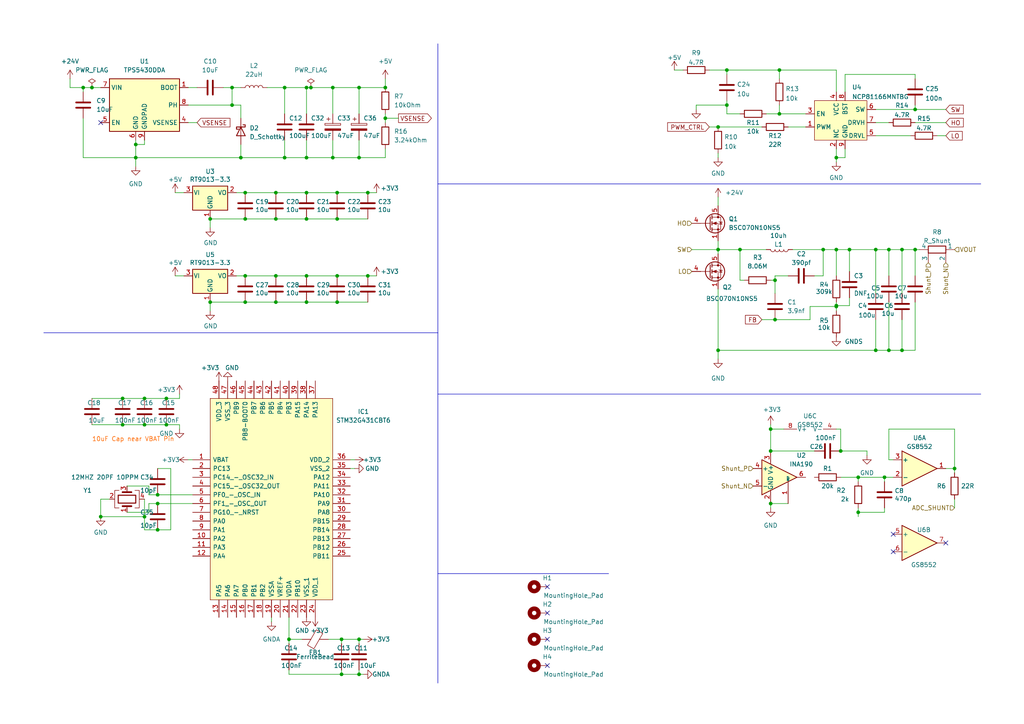
<source format=kicad_sch>
(kicad_sch (version 20230121) (generator eeschema)
  (paper "A4")
  (junction (at 104.14 25.4))
  (junction (at 223.52 130.81))
  (junction (at 39.37 45.72))
  (junction (at 111.76 34.29))
  (junction (at 104.14 45.72))
  (junction (at 276.86 135.89))
  (junction (at 41.91 149.86))
  (junction (at 224.79 81.28))
  (junction (at 214.63 72.39))
  (junction (at 238.76 72.39))
  (junction (at 80.01 87.63))
  (junction (at 24.13 25.4))
  (junction (at 88.9 80.01))
  (junction (at 246.38 72.39))
  (junction (at 88.9 55.88))
  (junction (at 26.67 25.4))
  (junction (at 248.92 138.43))
  (junction (at 71.12 63.5))
  (junction (at 265.43 31.75))
  (junction (at 242.57 88.9))
  (junction (at 48.26 123.19))
  (junction (at 83.82 185.42))
  (junction (at 254 101.6))
  (junction (at 82.55 25.4))
  (junction (at 208.28 72.39))
  (junction (at 104.14 185.42))
  (junction (at 97.79 55.88))
  (junction (at 265.43 72.39))
  (junction (at 223.52 146.05))
  (junction (at 111.76 25.4))
  (junction (at 96.52 45.72))
  (junction (at 39.37 41.91))
  (junction (at 256.54 138.43))
  (junction (at 261.62 101.6))
  (junction (at 97.79 63.5))
  (junction (at 35.56 115.57))
  (junction (at 257.81 101.6))
  (junction (at 208.28 36.83))
  (junction (at 210.82 30.48))
  (junction (at 71.12 55.88))
  (junction (at 45.72 146.05))
  (junction (at 96.52 25.4))
  (junction (at 242.57 88.646))
  (junction (at 67.31 30.48))
  (junction (at 60.96 63.5))
  (junction (at 88.9 63.5))
  (junction (at 261.62 72.39))
  (junction (at 69.85 45.72))
  (junction (at 82.55 45.72))
  (junction (at 224.79 92.71))
  (junction (at 41.91 115.57))
  (junction (at 99.06 185.42))
  (junction (at 60.96 87.63))
  (junction (at 208.28 101.6))
  (junction (at 226.06 33.02))
  (junction (at 80.01 63.5))
  (junction (at 45.72 143.51))
  (junction (at 243.84 130.81))
  (junction (at 88.9 87.63))
  (junction (at 106.68 80.01))
  (junction (at 45.72 153.67))
  (junction (at 242.57 45.72))
  (junction (at 67.31 25.4))
  (junction (at 97.79 87.63))
  (junction (at 80.01 80.01))
  (junction (at 35.56 123.19))
  (junction (at 223.52 124.46))
  (junction (at 226.06 20.32))
  (junction (at 97.79 80.01))
  (junction (at 41.91 123.19))
  (junction (at 248.92 148.59))
  (junction (at 210.82 20.32))
  (junction (at 104.14 195.58))
  (junction (at 242.57 72.39))
  (junction (at 71.12 80.01))
  (junction (at 71.12 87.63))
  (junction (at 88.9 25.4))
  (junction (at 257.81 72.39))
  (junction (at 80.01 55.88))
  (junction (at 90.17 25.4))
  (junction (at 254 72.39))
  (junction (at 99.06 195.58))
  (junction (at 88.9 45.72))
  (junction (at 29.21 149.86))
  (junction (at 48.26 115.57))
  (junction (at 106.68 55.88))
  (no_connect (at 259.08 160.02))
  (no_connect (at 158.75 177.8))
  (no_connect (at 259.08 154.94))
  (no_connect (at 158.75 170.18))
  (no_connect (at 158.75 193.04))
  (no_connect (at 29.21 35.56))
  (no_connect (at 158.75 185.42))
  (no_connect (at 274.32 157.48))
  (wire (pts (xy 242.57 88.9) (xy 242.57 88.646)))
  (wire (pts (xy 215.9 81.28) (xy 214.63 81.28)))
  (wire (pts (xy 238.76 72.39) (xy 242.57 72.39)))
  (wire (pts (xy 24.13 25.4) (xy 26.67 25.4)))
  (wire (pts (xy 83.82 195.58) (xy 83.82 194.31)))
  (wire (pts (xy 102.87 133.35) (xy 101.6 133.35)))
  (wire (pts (xy 208.28 69.85) (xy 208.28 72.39)))
  (wire (pts (xy 106.68 80.01) (xy 109.22 80.01)))
  (wire (pts (xy 71.12 80.01) (xy 80.01 80.01)))
  (wire (pts (xy 41.91 115.57) (xy 48.26 115.57)))
  (wire (pts (xy 111.76 34.29) (xy 111.76 35.56)))
  (wire (pts (xy 254 101.6) (xy 257.81 101.6)))
  (wire (pts (xy 256.54 148.59) (xy 248.92 148.59)))
  (wire (pts (xy 60.96 87.63) (xy 71.12 87.63)))
  (wire (pts (xy 115.57 34.29) (xy 111.76 34.29)))
  (wire (pts (xy 104.14 45.72) (xy 111.76 45.72)))
  (wire (pts (xy 234.95 88.9) (xy 234.95 92.71)))
  (wire (pts (xy 223.52 146.05) (xy 228.6 146.05)))
  (wire (pts (xy 256.54 147.32) (xy 256.54 148.59)))
  (wire (pts (xy 48.26 115.57) (xy 52.07 115.57)))
  (wire (pts (xy 210.82 30.48) (xy 210.82 33.02)))
  (wire (pts (xy 226.06 30.48) (xy 226.06 33.02)))
  (wire (pts (xy 106.68 55.88) (xy 109.22 55.88)))
  (wire (pts (xy 276.86 135.89) (xy 276.86 124.46)))
  (wire (pts (xy 68.58 80.01) (xy 71.12 80.01)))
  (wire (pts (xy 43.18 146.05) (xy 45.72 146.05)))
  (wire (pts (xy 35.56 115.57) (xy 41.91 115.57)))
  (wire (pts (xy 242.57 88.9) (xy 234.95 88.9)))
  (wire (pts (xy 271.78 39.37) (xy 274.32 39.37)))
  (polyline (pts (xy 127 166.37) (xy 176.53 166.37)))
  (wire (pts (xy 29.21 149.86) (xy 29.21 144.78)))
  (wire (pts (xy 223.52 147.32) (xy 223.52 146.05)))
  (wire (pts (xy 41.91 144.78) (xy 41.91 149.86)))
  (wire (pts (xy 60.96 90.17) (xy 60.96 87.63)))
  (wire (pts (xy 36.83 140.97) (xy 43.18 140.97)))
  (wire (pts (xy 248.92 139.7) (xy 248.92 138.43)))
  (wire (pts (xy 69.85 30.48) (xy 67.31 30.48)))
  (wire (pts (xy 97.79 80.01) (xy 106.68 80.01)))
  (wire (pts (xy 43.18 143.51) (xy 43.18 140.97)))
  (wire (pts (xy 205.74 36.83) (xy 208.28 36.83)))
  (wire (pts (xy 99.06 185.42) (xy 104.14 185.42)))
  (wire (pts (xy 54.61 133.35) (xy 55.88 133.35)))
  (wire (pts (xy 224.79 81.28) (xy 223.52 81.28)))
  (wire (pts (xy 49.53 135.89) (xy 49.53 153.67)))
  (wire (pts (xy 214.63 81.28) (xy 214.63 72.39)))
  (wire (pts (xy 69.85 30.48) (xy 69.85 34.29)))
  (wire (pts (xy 210.82 20.32) (xy 210.82 21.59)))
  (wire (pts (xy 104.14 185.42) (xy 104.14 186.69)))
  (wire (pts (xy 104.14 195.58) (xy 99.06 195.58)))
  (wire (pts (xy 245.11 43.18) (xy 245.11 45.72)))
  (wire (pts (xy 41.91 153.67) (xy 45.72 153.67)))
  (wire (pts (xy 111.76 33.02) (xy 111.76 34.29)))
  (wire (pts (xy 111.76 43.18) (xy 111.76 45.72)))
  (wire (pts (xy 69.85 41.91) (xy 69.85 45.72)))
  (wire (pts (xy 276.86 144.78) (xy 276.86 147.32)))
  (wire (pts (xy 248.92 138.43) (xy 256.54 138.43)))
  (wire (pts (xy 83.82 179.07) (xy 83.82 185.42)))
  (wire (pts (xy 69.85 45.72) (xy 82.55 45.72)))
  (wire (pts (xy 104.14 40.64) (xy 104.14 45.72)))
  (wire (pts (xy 257.81 72.39) (xy 261.62 72.39)))
  (wire (pts (xy 208.28 101.6) (xy 208.28 104.14)))
  (wire (pts (xy 220.98 92.71) (xy 224.79 92.71)))
  (wire (pts (xy 214.63 72.39) (xy 222.25 72.39)))
  (wire (pts (xy 78.74 180.34) (xy 78.74 179.07)))
  (wire (pts (xy 80.01 63.5) (xy 88.9 63.5)))
  (wire (pts (xy 52.07 124.46) (xy 52.07 123.19)))
  (wire (pts (xy 88.9 80.01) (xy 97.79 80.01)))
  (wire (pts (xy 245.11 45.72) (xy 242.57 45.72)))
  (wire (pts (xy 50.8 80.01) (xy 53.34 80.01)))
  (wire (pts (xy 104.14 25.4) (xy 111.76 25.4)))
  (wire (pts (xy 43.18 148.59) (xy 43.18 146.05)))
  (wire (pts (xy 261.62 101.6) (xy 265.43 101.6)))
  (wire (pts (xy 96.52 25.4) (xy 104.14 25.4)))
  (wire (pts (xy 246.38 72.39) (xy 246.38 78.74)))
  (wire (pts (xy 67.31 25.4) (xy 69.85 25.4)))
  (wire (pts (xy 52.07 114.3) (xy 52.07 115.57)))
  (wire (pts (xy 39.37 41.91) (xy 39.37 45.72)))
  (wire (pts (xy 83.82 195.58) (xy 99.06 195.58)))
  (wire (pts (xy 245.11 26.67) (xy 245.11 21.59)))
  (wire (pts (xy 41.91 40.64) (xy 41.91 41.91)))
  (wire (pts (xy 254 39.37) (xy 264.16 39.37)))
  (wire (pts (xy 257.81 133.35) (xy 259.08 133.35)))
  (wire (pts (xy 276.86 135.89) (xy 276.86 137.16)))
  (wire (pts (xy 54.61 30.48) (xy 67.31 30.48)))
  (wire (pts (xy 80.01 87.63) (xy 88.9 87.63)))
  (wire (pts (xy 35.56 123.19) (xy 26.67 123.19)))
  (wire (pts (xy 208.28 36.83) (xy 220.98 36.83)))
  (wire (pts (xy 97.79 55.88) (xy 106.68 55.88)))
  (wire (pts (xy 29.21 149.86) (xy 41.91 149.86)))
  (wire (pts (xy 243.84 138.43) (xy 248.92 138.43)))
  (wire (pts (xy 36.83 148.59) (xy 43.18 148.59)))
  (wire (pts (xy 80.01 80.01) (xy 88.9 80.01)))
  (wire (pts (xy 265.43 72.39) (xy 266.7 72.39)))
  (wire (pts (xy 64.77 25.4) (xy 67.31 25.4)))
  (wire (pts (xy 99.06 185.42) (xy 99.06 186.69)))
  (wire (pts (xy 238.76 72.39) (xy 238.76 80.01)))
  (wire (pts (xy 41.91 41.91) (xy 39.37 41.91)))
  (wire (pts (xy 261.62 72.39) (xy 261.62 85.09)))
  (wire (pts (xy 52.07 123.19) (xy 48.26 123.19)))
  (wire (pts (xy 50.8 55.88) (xy 53.34 55.88)))
  (wire (pts (xy 97.79 87.63) (xy 106.68 87.63)))
  (wire (pts (xy 88.9 45.72) (xy 96.52 45.72)))
  (wire (pts (xy 222.25 33.02) (xy 226.06 33.02)))
  (wire (pts (xy 248.92 149.86) (xy 248.92 148.59)))
  (wire (pts (xy 105.41 185.42) (xy 104.14 185.42)))
  (wire (pts (xy 88.9 87.63) (xy 97.79 87.63)))
  (wire (pts (xy 246.38 86.36) (xy 246.38 88.646)))
  (wire (pts (xy 102.87 135.89) (xy 101.6 135.89)))
  (wire (pts (xy 242.57 45.72) (xy 242.57 46.99)))
  (wire (pts (xy 195.58 20.32) (xy 198.12 20.32)))
  (wire (pts (xy 261.62 72.39) (xy 265.43 72.39)))
  (wire (pts (xy 246.38 72.39) (xy 254 72.39)))
  (wire (pts (xy 68.58 55.88) (xy 71.12 55.88)))
  (wire (pts (xy 71.12 63.5) (xy 80.01 63.5)))
  (wire (pts (xy 83.82 185.42) (xy 87.63 185.42)))
  (wire (pts (xy 111.76 22.86) (xy 111.76 25.4)))
  (wire (pts (xy 242.57 72.39) (xy 246.38 72.39)))
  (wire (pts (xy 49.53 153.67) (xy 45.72 153.67)))
  (wire (pts (xy 257.81 101.6) (xy 261.62 101.6)))
  (wire (pts (xy 48.26 123.19) (xy 41.91 123.19)))
  (wire (pts (xy 39.37 45.72) (xy 39.37 48.26)))
  (polyline (pts (xy 127 53.34) (xy 284.48 53.34)))
  (wire (pts (xy 242.57 43.18) (xy 242.57 45.72)))
  (wire (pts (xy 83.82 186.69) (xy 83.82 185.42)))
  (wire (pts (xy 257.81 124.46) (xy 257.81 133.35)))
  (wire (pts (xy 88.9 63.5) (xy 97.79 63.5)))
  (wire (pts (xy 88.9 25.4) (xy 90.17 25.4)))
  (wire (pts (xy 26.67 25.4) (xy 29.21 25.4)))
  (wire (pts (xy 274.32 135.89) (xy 276.86 135.89)))
  (wire (pts (xy 242.57 88.646) (xy 242.57 87.63)))
  (wire (pts (xy 96.52 45.72) (xy 104.14 45.72)))
  (wire (pts (xy 210.82 33.02) (xy 214.63 33.02)))
  (wire (pts (xy 39.37 40.64) (xy 39.37 41.91)))
  (wire (pts (xy 236.22 80.01) (xy 238.76 80.01)))
  (wire (pts (xy 20.32 22.86) (xy 20.32 25.4)))
  (wire (pts (xy 242.57 20.32) (xy 226.06 20.32)))
  (wire (pts (xy 243.84 124.46) (xy 243.84 130.81)))
  (wire (pts (xy 208.28 72.39) (xy 208.28 73.66)))
  (wire (pts (xy 234.95 92.71) (xy 224.79 92.71)))
  (wire (pts (xy 60.96 63.5) (xy 71.12 63.5)))
  (wire (pts (xy 82.55 25.4) (xy 82.55 33.02)))
  (wire (pts (xy 67.31 30.48) (xy 67.31 25.4)))
  (wire (pts (xy 88.9 25.4) (xy 88.9 33.02)))
  (wire (pts (xy 257.81 87.63) (xy 257.81 101.6)))
  (wire (pts (xy 226.06 20.32) (xy 226.06 22.86)))
  (wire (pts (xy 45.72 146.05) (xy 55.88 146.05)))
  (wire (pts (xy 223.52 124.46) (xy 223.52 130.81)))
  (wire (pts (xy 200.66 72.39) (xy 208.28 72.39)))
  (wire (pts (xy 57.15 35.56) (xy 54.61 35.56)))
  (wire (pts (xy 265.43 21.59) (xy 265.43 22.86)))
  (wire (pts (xy 208.28 72.39) (xy 214.63 72.39)))
  (wire (pts (xy 210.82 29.21) (xy 210.82 30.48)))
  (wire (pts (xy 208.28 44.45) (xy 208.28 45.72)))
  (wire (pts (xy 60.96 66.04) (xy 60.96 63.5)))
  (wire (pts (xy 223.52 130.81) (xy 236.22 130.81)))
  (wire (pts (xy 54.61 25.4) (xy 57.15 25.4)))
  (wire (pts (xy 246.38 88.646) (xy 242.57 88.646)))
  (wire (pts (xy 88.9 40.64) (xy 88.9 45.72)))
  (wire (pts (xy 254 101.6) (xy 254 92.71)))
  (wire (pts (xy 208.28 101.6) (xy 254 101.6)))
  (wire (pts (xy 95.25 185.42) (xy 99.06 185.42)))
  (wire (pts (xy 251.46 130.81) (xy 243.84 130.81)))
  (wire (pts (xy 77.47 25.4) (xy 82.55 25.4)))
  (wire (pts (xy 265.43 31.75) (xy 274.32 31.75)))
  (wire (pts (xy 242.57 90.17) (xy 242.57 88.9)))
  (wire (pts (xy 265.43 35.56) (xy 274.32 35.56)))
  (wire (pts (xy 242.57 124.46) (xy 243.84 124.46)))
  (wire (pts (xy 24.13 26.67) (xy 24.13 25.4)))
  (wire (pts (xy 254 31.75) (xy 265.43 31.75)))
  (wire (pts (xy 24.13 45.72) (xy 39.37 45.72)))
  (wire (pts (xy 223.52 124.46) (xy 227.33 124.46)))
  (wire (pts (xy 256.54 138.43) (xy 259.08 138.43)))
  (wire (pts (xy 39.37 45.72) (xy 69.85 45.72)))
  (wire (pts (xy 24.13 34.29) (xy 24.13 45.72)))
  (wire (pts (xy 71.12 87.63) (xy 80.01 87.63)))
  (wire (pts (xy 257.81 72.39) (xy 257.81 80.01)))
  (wire (pts (xy 229.87 72.39) (xy 238.76 72.39)))
  (wire (pts (xy 226.06 20.32) (xy 210.82 20.32)))
  (wire (pts (xy 201.93 31.75) (xy 201.93 30.48)))
  (wire (pts (xy 104.14 195.58) (xy 104.14 194.31)))
  (wire (pts (xy 256.54 139.7) (xy 256.54 138.43)))
  (wire (pts (xy 20.32 25.4) (xy 24.13 25.4)))
  (wire (pts (xy 261.62 92.71) (xy 261.62 101.6)))
  (wire (pts (xy 242.57 26.67) (xy 242.57 20.32)))
  (wire (pts (xy 254 35.56) (xy 257.81 35.56)))
  (wire (pts (xy 88.9 55.88) (xy 97.79 55.88)))
  (wire (pts (xy 29.21 144.78) (xy 31.75 144.78)))
  (wire (pts (xy 99.06 195.58) (xy 99.06 194.31)))
  (wire (pts (xy 224.79 81.28) (xy 224.79 85.09)))
  (polyline (pts (xy 127 12.7) (xy 127 96.52)))
  (wire (pts (xy 265.43 72.39) (xy 265.43 80.01)))
  (polyline (pts (xy 12.7 96.52) (xy 127 96.52)))
  (wire (pts (xy 208.28 57.15) (xy 208.28 59.69)))
  (wire (pts (xy 82.55 25.4) (xy 88.9 25.4)))
  (wire (pts (xy 228.6 36.83) (xy 233.68 36.83)))
  (wire (pts (xy 26.67 115.57) (xy 35.56 115.57)))
  (wire (pts (xy 55.88 143.51) (xy 45.72 143.51)))
  (wire (pts (xy 254 72.39) (xy 257.81 72.39)))
  (wire (pts (xy 265.43 101.6) (xy 265.43 87.63)))
  (wire (pts (xy 224.79 80.01) (xy 224.79 81.28)))
  (wire (pts (xy 201.93 30.48) (xy 210.82 30.48)))
  (wire (pts (xy 104.14 25.4) (xy 104.14 33.02)))
  (wire (pts (xy 90.17 25.4) (xy 96.52 25.4)))
  (wire (pts (xy 224.79 80.01) (xy 228.6 80.01)))
  (wire (pts (xy 245.11 21.59) (xy 265.43 21.59)))
  (wire (pts (xy 96.52 25.4) (xy 96.52 33.02)))
  (wire (pts (xy 251.46 130.81) (xy 251.46 132.08)))
  (wire (pts (xy 45.72 143.51) (xy 43.18 143.51)))
  (wire (pts (xy 97.79 63.5) (xy 106.68 63.5)))
  (wire (pts (xy 265.43 30.48) (xy 265.43 31.75)))
  (wire (pts (xy 82.55 40.64) (xy 82.55 45.72)))
  (polyline (pts (xy 127 114.3) (xy 284.48 114.3)))
  (wire (pts (xy 82.55 45.72) (xy 88.9 45.72)))
  (wire (pts (xy 254 72.39) (xy 254 85.09)))
  (polyline (pts (xy 127 96.52) (xy 127 198.12)))
  (wire (pts (xy 71.12 55.88) (xy 80.01 55.88)))
  (wire (pts (xy 41.91 149.86) (xy 41.91 153.67)))
  (wire (pts (xy 248.92 148.59) (xy 248.92 147.32)))
  (wire (pts (xy 96.52 40.64) (xy 96.52 45.72)))
  (wire (pts (xy 208.28 83.82) (xy 208.28 101.6)))
  (wire (pts (xy 223.52 123.19) (xy 223.52 124.46)))
  (wire (pts (xy 45.72 135.89) (xy 49.53 135.89)))
  (wire (pts (xy 80.01 55.88) (xy 88.9 55.88)))
  (wire (pts (xy 205.74 20.32) (xy 210.82 20.32)))
  (wire (pts (xy 226.06 33.02) (xy 233.68 33.02)))
  (wire (pts (xy 242.57 72.39) (xy 242.57 80.01)))
  (wire (pts (xy 276.86 124.46) (xy 257.81 124.46)))
  (wire (pts (xy 105.41 195.58) (xy 104.14 195.58)))
  (wire (pts (xy 41.91 123.19) (xy 35.56 123.19)))
  (text "10uF Cap near VBAT Pin" (at 26.67 128.27 0) (effects (font (size 1.27 1.27)) (justify left bottom)))
  (global_label "HO" (shape input) (at 274.32 35.56 0) (property "Intersheetrefs" "${INTERSHEET_REFS}" (effects hide)))
  (global_label "PWM_CTRL" (shape input) (at 205.74 36.83 180) (property "Intersheetrefs" "${INTERSHEET_REFS}" (effects hide)))
  (global_label "LO" (shape input) (at 274.32 39.37 0) (property "Intersheetrefs" "${INTERSHEET_REFS}" (effects hide)))
  (global_label "FB" (shape input) (at 220.98 92.71 180) (property "Intersheetrefs" "${INTERSHEET_REFS}" (effects hide)))
  (global_label "VSENSE" (shape output) (at 115.57 34.29 0) (property "Intersheetrefs" "${INTERSHEET_REFS}" (effects hide)) (property "插入图纸页参考" "${INTERSHEET_REFS}" (effects hide)))
  (global_label "VSENSE" (shape input) (at 57.15 35.56 0) (property "Intersheetrefs" "${INTERSHEET_REFS}" (effects hide)) (property "插入图纸页参考" "${INTERSHEET_REFS}" (effects hide)))
  (global_label "SW" (shape input) (at 274.32 31.75 0) (property "Intersheetrefs" "${INTERSHEET_REFS}" (effects hide)))
  (hierarchical_label "Shunt_N" (shape input) (at 274.32 76.2 270))
  (hierarchical_label "SW" (shape input) (at 200.66 72.39 180))
  (hierarchical_label "Shunt_N" (shape input) (at 218.44 140.97 180))
  (hierarchical_label "Shunt_P" (shape input) (at 218.44 135.89 180))
  (hierarchical_label "HO" (shape input) (at 200.66 64.77 180))
  (hierarchical_label "VOUT" (shape input) (at 276.86 72.39 0))
  (hierarchical_label "ADC_SHUNT" (shape input) (at 276.86 147.32 180))
  (hierarchical_label "LO" (shape input) (at 200.66 78.74 180))
  (hierarchical_label "Shunt_P" (shape input) (at 269.24 76.2 270))
  (symbol (lib_id "power:PWR_FLAG") (at 26.67 25.4 0) (unit 1)
    (property "Reference" "#FLG01" (effects hide))
    (property "Value" "PWR_FLAG" (at 26.67 20.32 0))
  )
  (symbol (lib_id "Device:R") (at 276.86 140.97 0) (unit 1)
    (property "Reference" "R6" (at 273.05 140.97 0))
    (property "Value" "22R" (at 280.67 140.97 0))
    (property "Footprint" "Resistor_SMD:R_0603_1608Metric_Pad0.98x0.95mm_HandSolder" (effects hide))
  )
  (symbol (lib_id "Mechanical:MountingHole_Pad") (at 156.21 193.04 90) (unit 1)
    (property "Reference" "H4" (at 158.75 190.5 90))
    (property "Value" "MountingHole_Pad" (at 166.37 195.58 90))
    (property "Footprint" "MountingHole:MountingHole_3.2mm_M3_Pad_Via" (effects hide))
  )
  (symbol (lib_id "Mechanical:MountingHole_Pad") (at 156.21 177.8 90) (unit 1)
    (property "Reference" "H2" (at 158.75 175.26 90))
    (property "Value" "MountingHole_Pad" (at 166.37 180.34 90))
    (property "Footprint" "MountingHole:MountingHole_3.2mm_M3_Pad_Via" (effects hide))
  )
  (symbol (lib_id "power:+3.3V") (at 223.52 123.19 0) (unit 1)
    (property "Reference" "#PWR030" (effects hide))
    (property "Value" "+3.3V" (at 223.901 118.7958 0))
  )
  (symbol (lib_id "Regulator_Switching:TPS5430DDA") (at 41.91 30.48 0) (unit 1)
    (property "Reference" "U1" (at 41.91 17.78 0))
    (property "Value" "TPS5430DDA" (at 41.91 20.32 0))
    (property "Footprint" "Package_SO:TI_SO-PowerPAD-8_ThermalVias" (effects hide))
    (property "Datasheet" "http://www.ti.com/lit/ds/symlink/tps5430.pdf" (effects hide))
  )
  (symbol (lib_id "Device:R") (at 240.03 138.43 270) (unit 1)
    (property "Reference" "R1" (at 240.03 135.89 90))
    (property "Value" "20k" (at 240.03 140.97 90))
    (property "Footprint" "Resistor_SMD:R_0603_1608Metric_Pad0.98x0.95mm_HandSolder" (effects hide))
  )
  (symbol (lib_id "Device:C") (at 88.9 83.82 0) (unit 1)
    (property "Reference" "C29" (at 91.821 82.6516 0) (effects (justify left)))
    (property "Value" "10u" (at 91.821 84.963 0) (effects (justify left)))
    (property "Footprint" "Capacitor_SMD:C_1206_3216Metric_Pad1.33x1.80mm_HandSolder" (effects hide))
  )
  (symbol (lib_id "power:+24V") (at 20.32 22.86 0) (unit 1)
    (property "Reference" "#PWR04" (effects hide))
    (property "Value" "+24V" (at 20.32 17.78 0))
  )
  (symbol (lib_id "power:GND") (at 29.21 149.86 0) (unit 1)
    (property "Reference" "#PWR038" (effects hide))
    (property "Value" "GND" (at 29.21 154.4225 0))
  )
  (symbol (lib_id "Device:C") (at 232.41 80.01 90) (unit 1)
    (property "Reference" "C2" (at 232.41 73.66 90))
    (property "Value" "390pf" (at 232.41 76.2 90))
    (property "Footprint" "Capacitor_SMD:C_0603_1608Metric" (effects hide))
  )
  (symbol (lib_id "Device:C") (at 35.56 119.38 0) (mirror y) (unit 1)
    (property "Reference" "C17" (at 38.1 116.84 0) (effects (justify left)))
    (property "Value" "100nF" (at 39.37 121.92 0) (effects (justify left)))
    (property "Footprint" "Capacitor_SMD:C_0603_1608Metric" (effects hide))
  )
  (symbol (lib_id "Device:R") (at 224.79 36.83 90) (unit 1)
    (property "Reference" "R12" (at 224.79 39.37 90))
    (property "Value" "22R" (at 224.79 41.91 90))
    (property "Footprint" "Resistor_SMD:R_0603_1608Metric_Pad0.98x0.95mm_HandSolder" (effects hide))
  )
  (symbol (lib_id "Amplifier_Operational:LM358") (at 234.95 121.92 90) (unit 3)
    (property "Reference" "U6" (at 234.95 120.65 90))
    (property "Value" "GS8552" (at 234.95 123.19 90))
    (property "Footprint" "Package_SO:MSOP-8_3x3mm_P0.65mm" (effects hide))
    (property "Datasheet" "http://www.ti.com/lit/ds/symlink/lm2904-n.pdf" (effects hide))
  )
  (symbol (lib_id "Device:R") (at 208.28 40.64 0) (unit 1)
    (property "Reference" "R10" (at 210.058 39.7315 0) (effects (justify left)))
    (property "Value" "10k" (at 210.058 42.5066 0) (effects (justify left)))
    (property "Footprint" "Resistor_SMD:R_0603_1608Metric_Pad0.98x0.95mm_HandSolder" (effects hide))
  )
  (symbol (lib_id "power:GND") (at 242.57 46.99 0) (unit 1)
    (property "Reference" "#PWR029" (effects hide))
    (property "Value" "GND" (at 242.57 51.5525 0))
  )
  (symbol (lib_id "power:GND") (at 60.96 90.17 0) (unit 1)
    (property "Reference" "#PWR034" (effects hide))
    (property "Value" "GND" (at 61.087 94.5642 0))
  )
  (symbol (lib_id "Device:C") (at 240.03 130.81 90) (mirror x) (unit 1)
    (property "Reference" "C26" (at 238.76 129.54 90) (effects (justify left)))
    (property "Value" "100nF" (at 242.57 127 90) (effects (justify left)))
    (property "Footprint" "Capacitor_SMD:C_0603_1608Metric" (effects hide))
  )
  (symbol (lib_id "power:GNDA") (at 105.41 195.58 90) (unit 1)
    (property "Reference" "#PWR020" (effects hide))
    (property "Value" "GNDA" (at 107.95 195.58 90) (effects (justify right)))
  )
  (symbol (lib_id "Transistor_FET:BSC070N10NS5") (at 205.74 78.74 0) (unit 1)
    (property "Reference" "Q2" (at 209.55 83.312 0) (effects (justify left)))
    (property "Value" "BSC070N10NS5" (at 204.724 86.614 0) (effects (justify left)))
    (property "Footprint" "Package_TO_SOT_SMD:TDSON-8-1" (effects hide))
    (property "Datasheet" "http://www.infineon.com/dgdl/Infineon-BSC070N10NS5-DS-v02_01-EN.pdf?fileId=5546d4624a0bf290014a0fc62d9d6b3c" (effects hide))
  )
  (symbol (lib_id "power:+3V3") (at 91.44 179.07 180) (unit 1)
    (property "Reference" "#PWR017" (effects hide))
    (property "Value" "+3V3" (at 92.71 182.88 0))
  )
  (symbol (lib_id "Device:D_Schottky") (at 69.85 38.1 270) (unit 1)
    (property "Reference" "D2" (at 72.39 37.1475 90) (effects (justify left)))
    (property "Value" "D_Schottky" (at 72.39 39.6875 90) (effects (justify left)))
    (property "Footprint" "Diode_SMD:D_SMA-SMB_Universal_Handsoldering" (effects hide))
  )
  (symbol (lib_id "Device:FerriteBead") (at 91.44 185.42 90) (unit 1)
    (property "Reference" "FB1" (at 91.44 189.23 90))
    (property "Value" "FerriteBead" (at 91.44 190.5 90))
    (property "Footprint" "Inductor_SMD:L_0603_1608Metric" (effects hide))
  )
  (symbol (lib_id "Device:C") (at 104.14 190.5 0) (mirror y) (unit 1)
    (property "Reference" "C11" (at 106.68 187.96 0) (effects (justify left)))
    (property "Value" "10uF" (at 109.22 193.04 0) (effects (justify left)))
    (property "Footprint" "Capacitor_SMD:C_1206_3216Metric" (effects hide))
  )
  (symbol (lib_id "Amplifier_Operational:LM358") (at 266.7 135.89 0) (unit 1)
    (property "Reference" "U6" (at 266.7 127 0))
    (property "Value" "GS8552" (at 266.7 129.54 0))
    (property "Footprint" "Package_SO:MSOP-8_3x3mm_P0.65mm" (effects hide))
    (property "Datasheet" "http://www.ti.com/lit/ds/symlink/lm2904-n.pdf" (effects hide))
  )
  (symbol (lib_id "power:+5V") (at 111.76 22.86 0) (unit 1)
    (property "Reference" "#PWR06" (effects hide))
    (property "Value" "+5V" (at 111.76 17.78 0))
  )
  (symbol (lib_id "Device:R") (at 261.62 35.56 90) (unit 1)
    (property "Reference" "R14" (at 261.62 30.5775 90))
    (property "Value" "4.7R" (at 261.62 33.3526 90))
    (property "Footprint" "Resistor_SMD:R_0603_1608Metric_Pad0.98x0.95mm_HandSolder" (effects hide))
  )
  (symbol (lib_id "Device:L") (at 226.06 72.39 270) (unit 1)
    (property "Reference" "L1" (at 225.806 70.866 90))
    (property "Value" "10uh" (at 225.806 68.326 90))
    (property "Footprint" "0_RM2023:Inductor_RM6" (effects hide))
  )
  (symbol (lib_id "Transistor_FET:BSC070N10NS5") (at 205.74 64.77 0) (unit 1)
    (property "Reference" "Q1" (at 211.328 63.4999 0) (effects (justify left)))
    (property "Value" "BSC070N10NS5" (at 211.328 66.0399 0) (effects (justify left)))
    (property "Footprint" "Package_TO_SOT_SMD:TDSON-8-1" (effects hide))
    (property "Datasheet" "http://www.infineon.com/dgdl/Infineon-BSC070N10NS5-DS-v02_01-EN.pdf?fileId=5546d4624a0bf290014a0fc62d9d6b3c" (effects hide))
  )
  (symbol (lib_id "Device:Crystal_GND24") (at 36.83 144.78 90) (unit 1)
    (property "Reference" "Y1" (at 25.4 142.24 90))
    (property "Value" "12MHZ 20PF 10PPM" (at 30.48 138.43 90))
    (property "Footprint" "Crystal:Crystal_SMD_3225-4Pin_3.2x2.5mm_HandSoldering" (effects hide))
  )
  (symbol (lib_id "Device:C") (at 45.72 139.7 0) (unit 1)
    (property "Reference" "C34" (at 40.64 138.43 0) (effects (justify left)))
    (property "Value" "10pF" (at 40.64 142.24 0) (effects (justify left)))
    (property "Footprint" "Capacitor_SMD:C_0402_1005Metric_Pad0.74x0.62mm_HandSolder" (effects hide))
  )
  (symbol (lib_id "power:+3V3") (at 54.61 133.35 90) (unit 1)
    (property "Reference" "#PWR015" (effects hide))
    (property "Value" "+3V3" (at 49.53 133.35 90))
  )
  (symbol (lib_name "GND_3") (lib_id "power:GND") (at 223.52 147.32 0) (unit 1)
    (property "Reference" "#PWR031" (effects hide))
    (property "Value" "GND" (at 223.52 152.4 0))
  )
  (symbol (lib_id "Device:R") (at 219.71 81.28 90) (unit 1)
    (property "Reference" "R3" (at 219.71 74.676 90))
    (property "Value" "8.06M" (at 219.71 77.216 90))
    (property "Footprint" "Resistor_SMD:R_0603_1608Metric" (effects hide))
  )
  (symbol (lib_id "Device:C") (at 71.12 83.82 0) (unit 1)
    (property "Reference" "C27" (at 74.041 82.6516 0) (effects (justify left)))
    (property "Value" "10u" (at 74.041 84.963 0) (effects (justify left)))
    (property "Footprint" "Capacitor_SMD:C_1206_3216Metric_Pad1.33x1.80mm_HandSolder" (effects hide))
  )
  (symbol (lib_id "power:+3V3") (at 102.87 133.35 270) (unit 1)
    (property "Reference" "#PWR013" (effects hide))
    (property "Value" "+3V3" (at 107.95 133.35 90))
  )
  (symbol (lib_id "Device:R") (at 111.76 29.21 0) (unit 1)
    (property "Reference" "R7" (at 114.3 27.9399 0) (effects (justify left)))
    (property "Value" "10kOhm" (at 114.3 30.4799 0) (effects (justify left)))
    (property "Footprint" "Resistor_SMD:R_0603_1608Metric" (effects hide))
  )
  (symbol (lib_id "Device:R") (at 267.97 39.37 270) (mirror x) (unit 1)
    (property "Reference" "R15" (at 267.97 34.3875 90))
    (property "Value" "4.7R" (at 267.97 37.1626 90))
    (property "Footprint" "Resistor_SMD:R_0603_1608Metric_Pad0.98x0.95mm_HandSolder" (effects hide))
  )
  (symbol (lib_id "power:GND") (at 201.93 31.75 0) (unit 1)
    (property "Reference" "#PWR027" (effects hide))
    (property "Value" "GND" (effects hide))
  )
  (symbol (lib_id "power:GND") (at 208.28 45.72 0) (unit 1)
    (property "Reference" "#PWR028" (effects hide))
    (property "Value" "GND" (at 208.28 50.2825 0))
  )
  (symbol (lib_id "Device:C") (at 80.01 83.82 0) (unit 1)
    (property "Reference" "C28" (at 82.931 82.6516 0) (effects (justify left)))
    (property "Value" "10u" (at 82.931 84.963 0) (effects (justify left)))
    (property "Footprint" "Capacitor_SMD:C_1206_3216Metric_Pad1.33x1.80mm_HandSolder" (effects hide))
  )
  (symbol (lib_id "Device:C") (at 97.79 59.69 0) (unit 1)
    (property "Reference" "C22" (at 100.711 58.5216 0) (effects (justify left)))
    (property "Value" "10u" (at 100.711 60.833 0) (effects (justify left)))
    (property "Footprint" "Capacitor_SMD:C_1206_3216Metric_Pad1.33x1.80mm_HandSolder" (effects hide))
  )
  (symbol (lib_id "Device:C") (at 99.06 190.5 0) (mirror y) (unit 1)
    (property "Reference" "C13" (at 101.6 187.96 0) (effects (justify left)))
    (property "Value" "100nF" (at 102.87 193.04 0) (effects (justify left)))
    (property "Footprint" "Capacitor_SMD:C_0603_1608Metric" (effects hide))
  )
  (symbol (lib_name "GND_1") (lib_id "power:GND") (at 102.87 135.89 90) (unit 1)
    (property "Reference" "#PWR014" (effects hide))
    (property "Value" "GND" (at 107.95 135.89 90))
  )
  (symbol (lib_id "Device:C") (at 265.43 26.67 0) (unit 1)
    (property "Reference" "C25" (at 268.351 25.7615 0) (effects (justify left)))
    (property "Value" "100n" (at 268.351 28.5366 0) (effects (justify left)))
    (property "Footprint" "Capacitor_SMD:C_0603_1608Metric_Pad1.08x0.95mm_HandSolder" (effects hide))
  )
  (symbol (lib_id "Device:R") (at 242.57 93.98 180) (unit 1)
    (property "Reference" "R5" (at 239.014 92.964 0))
    (property "Value" "10k" (at 239.014 94.996 0))
    (property "Footprint" "Resistor_SMD:R_0603_1608Metric" (effects hide))
  )
  (symbol (lib_id "Device:C") (at 60.96 25.4 90) (unit 1)
    (property "Reference" "C10" (at 60.96 17.78 90))
    (property "Value" "10uF" (at 60.96 20.32 90))
    (property "Footprint" "Capacitor_SMD:C_0603_1608Metric" (effects hide))
  )
  (symbol (lib_id "power:+3V3") (at 52.07 114.3 0) (unit 1)
    (property "Reference" "#PWR022" (effects hide))
    (property "Value" "+3V3" (at 48.26 113.03 0))
  )
  (symbol (lib_id "Device:C") (at 82.55 36.83 180) (unit 1)
    (property "Reference" "C12" (at 83.82 34.29 0) (effects (justify right)))
    (property "Value" "100uF" (at 83.82 39.37 0) (effects (justify right)))
    (property "Footprint" "Capacitor_SMD:C_1210_3225Metric" (effects hide))
  )
  (symbol (lib_id "Device:C") (at 257.81 83.82 180) (unit 1)
    (property "Reference" "C5" (at 254 83.566 0))
    (property "Value" "100u" (at 253.746 85.852 0))
    (property "Footprint" "Capacitor_SMD:C_1206_3216Metric" (effects hide))
  )
  (symbol (lib_id "Device:R") (at 248.92 143.51 0) (unit 1)
    (property "Reference" "R2" (at 242.57 142.24 0) (effects (justify left)))
    (property "Value" "2k" (at 243.84 144.78 0) (effects (justify left)))
    (property "Footprint" "Resistor_SMD:R_0603_1608Metric_Pad0.98x0.95mm_HandSolder" (effects hide))
  )
  (symbol (lib_id "Device:L") (at 73.66 25.4 90) (unit 1)
    (property "Reference" "L2" (at 73.66 19.05 90))
    (property "Value" "22uH" (at 73.66 21.59 90))
    (property "Footprint" "Inductor_SMD:L_Taiyo-Yuden_NR-60xx_HandSoldering" (effects hide))
  )
  (symbol (lib_id "Device:C") (at 71.12 59.69 0) (unit 1)
    (property "Reference" "C19" (at 74.041 58.5216 0) (effects (justify left)))
    (property "Value" "10u" (at 74.041 60.833 0) (effects (justify left)))
    (property "Footprint" "Capacitor_SMD:C_1206_3216Metric_Pad1.33x1.80mm_HandSolder" (effects hide))
  )
  (symbol (lib_id "power:GND") (at 208.28 104.14 0) (unit 1)
    (property "Reference" "#PWR02" (effects hide))
    (property "Value" "GND" (at 208.28 109.728 0))
  )
  (symbol (lib_id "Device:C") (at 83.82 190.5 0) (mirror y) (unit 1)
    (property "Reference" "C14" (at 86.36 187.96 0) (effects (justify left)))
    (property "Value" "100nF" (at 87.63 193.04 0) (effects (justify left)))
    (property "Footprint" "Capacitor_SMD:C_0603_1608Metric" (effects hide))
  )
  (symbol (lib_id "Device:C") (at 106.68 59.69 0) (unit 1)
    (property "Reference" "C23" (at 109.601 58.5216 0) (effects (justify left)))
    (property "Value" "10u" (at 109.601 60.833 0) (effects (justify left)))
    (property "Footprint" "Capacitor_SMD:C_1206_3216Metric_Pad1.33x1.80mm_HandSolder" (effects hide))
  )
  (symbol (lib_id "Device:C") (at 256.54 143.51 0) (unit 1)
    (property "Reference" "C8" (at 259.461 142.3416 0) (effects (justify left)))
    (property "Value" "470p" (at 259.461 144.653 0) (effects (justify left)))
    (property "Footprint" "Capacitor_SMD:C_0603_1608Metric_Pad1.08x0.95mm_HandSolder" (effects hide))
  )
  (symbol (lib_name "GND_1") (lib_id "power:GND") (at 66.04 110.49 180) (unit 1)
    (property "Reference" "#PWR012" (effects hide))
    (property "Value" "GND" (at 67.31 106.68 0))
  )
  (symbol (lib_id "Device:C") (at 97.79 83.82 0) (unit 1)
    (property "Reference" "C30" (at 100.711 82.6516 0) (effects (justify left)))
    (property "Value" "10u" (at 100.711 84.963 0) (effects (justify left)))
    (property "Footprint" "Capacitor_SMD:C_1206_3216Metric_Pad1.33x1.80mm_HandSolder" (effects hide))
  )
  (symbol (lib_id "Amplifier_Operational:LM358") (at 266.7 157.48 0) (unit 2)
    (property "Reference" "U6" (at 267.97 153.67 0))
    (property "Value" "GS8552" (at 267.97 163.83 0))
    (property "Footprint" "Package_SO:MSOP-8_3x3mm_P0.65mm" (effects hide))
    (property "Datasheet" "http://www.ti.com/lit/ds/symlink/lm2904-n.pdf" (effects hide))
  )
  (symbol (lib_id "power:+3V3") (at 105.41 185.42 270) (unit 1)
    (property "Reference" "#PWR019" (effects hide))
    (property "Value" "+3V3" (at 110.49 185.42 90))
  )
  (symbol (lib_id "Device:R_Shunt") (at 271.78 72.39 270) (unit 1)
    (property "Reference" "R8" (at 271.78 67.31 90))
    (property "Value" "R_Shunt" (at 271.78 69.85 90))
    (property "Footprint" "0_RM2023:R_Shunt_69_Inner" (effects hide))
  )
  (symbol (lib_id "Device:C_Polarized") (at 96.52 36.83 0) (unit 1)
    (property "Reference" "C33" (at 97.79 34.29 0) (effects (justify left)))
    (property "Value" "47uF" (at 97.79 39.37 0) (effects (justify left)))
  )
  (symbol (lib_id "power:+5V") (at 50.8 55.88 0) (unit 1)
    (property "Reference" "#PWR023" (effects hide))
    (property "Value" "+5V" (at 50.8 52.07 0))
  )
  (symbol (lib_id "Device:C") (at 265.43 83.82 180) (unit 1)
    (property "Reference" "C7" (at 261.62 83.566 0))
    (property "Value" "10u" (at 261.366 85.852 0))
    (property "Footprint" "Capacitor_SMD:C_1206_3216Metric" (effects hide))
  )
  (symbol (lib_id "Device:C") (at 210.82 25.4 0) (unit 1)
    (property "Reference" "C24" (at 213.741 24.4915 0) (effects (justify left)))
    (property "Value" "10u" (at 213.741 27.2666 0) (effects (justify left)))
    (property "Footprint" "Capacitor_SMD:C_1206_3216Metric_Pad1.33x1.80mm_HandSolder" (effects hide))
  )
  (symbol (lib_id "power:GNDS") (at 242.57 97.79 0) (mirror y) (unit 1)
    (property "Reference" "#PWR03" (effects hide))
    (property "Value" "GNDS" (at 247.65 99.06 0))
  )
  (symbol (lib_id "power:+24V") (at 208.28 57.15 0) (unit 1)
    (property "Reference" "#PWR01" (effects hide))
    (property "Value" "+24V" (at 210.312 55.8799 0) (effects (justify left)))
  )
  (symbol (lib_id "power:GND") (at 39.37 48.26 0) (unit 1)
    (property "Reference" "#PWR05" (effects hide))
    (property "Value" "GND" (at 39.37 53.34 0))
  )
  (symbol (lib_id "Mechanical:MountingHole_Pad") (at 156.21 170.18 90) (unit 1)
    (property "Reference" "H1" (at 158.75 167.64 90))
    (property "Value" "MountingHole_Pad" (at 166.37 172.72 90))
    (property "Footprint" "MountingHole:MountingHole_3.2mm_M3_Pad_Via" (effects hide))
  )
  (symbol (lib_id "Mechanical:MountingHole_Pad") (at 156.21 185.42 90) (unit 1)
    (property "Reference" "H3" (at 158.75 182.88 90))
    (property "Value" "MountingHole_Pad" (at 166.37 187.96 90))
    (property "Footprint" "MountingHole:MountingHole_3.2mm_M3_Pad_Via" (effects hide))
  )
  (symbol (lib_id "0_RM2023:STM32G431CBT6") (at 55.88 133.35 0) (unit 1)
    (property "Reference" "IC1" (at 105.41 119.38 0))
    (property "Value" "STM32G431CBT6" (at 105.41 121.92 0))
    (property "Footprint" "Package_QFP:LQFP-48_7x7mm_P0.5mm" (effects hide))
    (property "Datasheet" "https://www.st.com/resource/en/datasheet/stm32g431cb.pdf" (effects hide))
    (property "Description" "ARM Microcontrollers - MCU Mainstream Arm Cortex-M4+ MCU 170MHz with 128Kbytes of Flash memory, Math Accelerator, Medium Analog level integration" (effects hide))
    (property "Height" "1.6" (effects hide))
    (property "Manufacturer_Name" "STMicroelectronics" (effects hide))
    (property "Manufacturer_Part_Number" "STM32G431CBT6" (effects hide))
    (property "Mouser Part Number" "511-STM32G431CBT6" (effects hide))
    (property "Mouser Price/Stock" "https://www.mouser.co.uk/ProductDetail/STMicroelectronics/STM32G431CBT6?qs=T3oQrply3y8OocyGDXq5wg%3D%3D" (effects hide))
    (property "Arrow Part Number" "STM32G431CBT6" (effects hide))
    (property "Arrow Price/Stock" "https://www.arrow.com/en/products/stm32g431cbt6/stmicroelectronics?region=nac" (effects hide))
  )
  (symbol (lib_id "power:+3V3") (at 63.5 110.49 0) (unit 1)
    (property "Reference" "#PWR011" (effects hide))
    (property "Value" "+3V3" (at 60.96 106.68 0))
  )
  (symbol (lib_id "Device:C") (at 48.26 119.38 0) (mirror y) (unit 1)
    (property "Reference" "C15" (at 50.8 116.84 0) (effects (justify left)))
    (property "Value" "100nF" (at 52.07 121.92 0) (effects (justify left)))
    (property "Footprint" "Capacitor_SMD:C_0603_1608Metric" (effects hide))
  )
  (symbol (lib_id "Device:C") (at 88.9 36.83 180) (unit 1)
    (property "Reference" "C32" (at 90.17 34.29 0) (effects (justify right)))
    (property "Value" "100uF" (at 90.17 39.37 0) (effects (justify right)))
    (property "Footprint" "Capacitor_SMD:C_1210_3225Metric" (effects hide))
  )
  (symbol (lib_name "NCP81166MNTBG_1") (lib_id "NCP81166MNTBG:NCP81166MNTBG") (at 243.84 36.83 0) (unit 1)
    (property "Reference" "U4" (at 247.1294 25.2943 0) (effects (justify left)))
    (property "Value" "NCP81166MNTBG" (at 247.1294 28.0694 0) (effects (justify left)))
    (property "Footprint" "Package_DFN_QFN:DFN-8-1EP_2x2mm_P0.5mm_EP1.05x1.75mm" (effects hide))
  )
  (symbol (lib_id "power:+3V3") (at 109.22 55.88 0) (unit 1)
    (property "Reference" "#PWR025" (effects hide))
    (property "Value" "+3V3" (at 113.03 54.61 0))
  )
  (symbol (lib_id "Device:C") (at 24.13 30.48 0) (unit 1)
    (property "Reference" "C9" (at 27.94 29.2099 0) (effects (justify left)))
    (property "Value" "10uF" (at 27.94 31.7499 0) (effects (justify left)))
    (property "Footprint" "Capacitor_SMD:C_0603_1608Metric" (effects hide))
  )
  (symbol (lib_id "Device:C") (at 254 88.9 180) (unit 1)
    (property "Reference" "C4" (at 250.19 88.646 0))
    (property "Value" "100u" (at 251.46 91.44 0))
    (property "Footprint" "Capacitor_SMD:C_1206_3216Metric" (effects hide))
  )
  (symbol (lib_id "Device:R") (at 242.57 83.82 180) (unit 1)
    (property "Reference" "R4" (at 239.014 82.55 0))
    (property "Value" "309k" (at 239.014 84.582 0))
    (property "Footprint" "Resistor_SMD:R_0603_1608Metric" (effects hide))
  )
  (symbol (lib_id "power:PWR_FLAG") (at 90.17 25.4 0) (unit 1)
    (property "Reference" "#FLG02" (effects hide))
    (property "Value" "PWR_FLAG" (at 90.17 20.32 0))
  )
  (symbol (lib_id "power:GNDA") (at 78.74 180.34 0) (unit 1)
    (property "Reference" "#PWR016" (effects hide))
    (property "Value" "GNDA" (at 78.74 185.42 0))
  )
  (symbol (lib_name "GND_1") (lib_id "power:GND") (at 88.9 179.07 0) (unit 1)
    (property "Reference" "#PWR018" (effects hide))
    (property "Value" "GND" (at 87.63 182.88 0))
  )
  (symbol (lib_id "Regulator_Linear:LT1083-3.3") (at 60.96 55.88 0) (unit 1)
    (property "Reference" "U3" (at 60.96 49.7332 0))
    (property "Value" "RT9013-3.3" (at 60.96 52.0446 0))
    (property "Footprint" "Package_TO_SOT_SMD:SOT-89-3_Handsoldering" (effects hide))
    (property "Datasheet" "https://www.analog.com/media/en/technical-documentation/data-sheets/1083ffe.pdf" (effects hide))
  )
  (symbol (lib_name "GND_3") (lib_id "power:GND") (at 251.46 132.08 0) (unit 1)
    (property "Reference" "#PWR032" (effects hide))
    (property "Value" "GND" (at 251.46 137.16 0))
  )
  (symbol (lib_id "Device:C") (at 80.01 59.69 0) (unit 1)
    (property "Reference" "C20" (at 82.931 58.5216 0) (effects (justify left)))
    (property "Value" "10u" (at 82.931 60.833 0) (effects (justify left)))
    (property "Footprint" "Capacitor_SMD:C_1206_3216Metric_Pad1.33x1.80mm_HandSolder" (effects hide))
  )
  (symbol (lib_id "power:+5V") (at 50.8 80.01 0) (unit 1)
    (property "Reference" "#PWR033" (effects hide))
    (property "Value" "+5V" (at 50.8 76.2 0))
  )
  (symbol (lib_id "Device:R") (at 201.93 20.32 90) (unit 1)
    (property "Reference" "R9" (at 201.93 15.3375 90))
    (property "Value" "4.7R" (at 201.93 18.1126 90))
    (property "Footprint" "Resistor_SMD:R_0603_1608Metric_Pad0.98x0.95mm_HandSolder" (effects hide))
  )
  (symbol (lib_id "power:+5V") (at 195.58 20.32 0) (unit 1)
    (property "Reference" "#PWR026" (effects hide))
    (property "Value" "+5V" (at 195.58 16.7155 0))
  )
  (symbol (lib_id "Device:C") (at 88.9 59.69 0) (unit 1)
    (property "Reference" "C21" (at 91.821 58.5216 0) (effects (justify left)))
    (property "Value" "10u" (at 91.821 60.833 0) (effects (justify left)))
    (property "Footprint" "Capacitor_SMD:C_1206_3216Metric_Pad1.33x1.80mm_HandSolder" (effects hide))
  )
  (symbol (lib_id "Amplifier_Current:INA199xxDCK") (at 226.06 138.43 0) (unit 1)
    (property "Reference" "U2" (at 232.41 132.08 0))
    (property "Value" "INA190" (at 232.41 134.62 0))
    (property "Footprint" "Package_TO_SOT_SMD:SOT-363_SC-70-6" (effects hide))
    (property "Datasheet" "http://www.ti.com/lit/ds/symlink/ina199.pdf" (effects hide))
  )
  (symbol (lib_id "Device:R") (at 218.44 33.02 90) (unit 1)
    (property "Reference" "R11" (at 218.44 35.56 90))
    (property "Value" "10k" (at 218.44 38.1 90))
    (property "Footprint" "Resistor_SMD:R_0603_1608Metric_Pad0.98x0.95mm_HandSolder" (effects hide))
  )
  (symbol (lib_id "power:GND") (at 60.96 66.04 0) (unit 1)
    (property "Reference" "#PWR024" (effects hide))
    (property "Value" "GND" (at 61.087 70.4342 0))
  )
  (symbol (lib_id "Regulator_Linear:LT1083-3.3") (at 60.96 80.01 0) (unit 1)
    (property "Reference" "U5" (at 60.96 73.8632 0))
    (property "Value" "RT9013-3.3" (at 60.96 76.1746 0))
    (property "Footprint" "Package_TO_SOT_SMD:SOT-89-3_Handsoldering" (effects hide))
    (property "Datasheet" "https://www.analog.com/media/en/technical-documentation/data-sheets/1083ffe.pdf" (effects hide))
  )
  (symbol (lib_id "Device:R") (at 226.06 26.67 0) (unit 1)
    (property "Reference" "R13" (at 227.838 25.7615 0) (effects (justify left)))
    (property "Value" "10k" (at 227.838 28.5366 0) (effects (justify left)))
    (property "Footprint" "Resistor_SMD:R_0603_1608Metric_Pad0.98x0.95mm_HandSolder" (effects hide))
  )
  (symbol (lib_id "Device:R") (at 111.76 39.37 0) (unit 1)
    (property "Reference" "R16" (at 114.3 38.0999 0) (effects (justify left)))
    (property "Value" "3.24kOhm" (at 114.3 40.6399 0) (effects (justify left)))
    (property "Footprint" "Resistor_SMD:R_0603_1608Metric" (effects hide))
  )
  (symbol (lib_id "power:+3.3V") (at 109.22 80.01 0) (unit 1)
    (property "Reference" "#PWR035" (effects hide))
    (property "Value" "+3.3V" (at 113.03 78.74 0))
  )
  (symbol (lib_id "Device:C") (at 106.68 83.82 0) (unit 1)
    (property "Reference" "C31" (at 109.601 82.6516 0) (effects (justify left)))
    (property "Value" "10u" (at 109.601 84.963 0) (effects (justify left)))
    (property "Footprint" "Capacitor_SMD:C_1206_3216Metric_Pad1.33x1.80mm_HandSolder" (effects hide))
  )
  (symbol (lib_id "Device:C") (at 224.79 88.9 180) (unit 1)
    (property "Reference" "C1" (at 228.346 87.6299 0) (effects (justify right)))
    (property "Value" "3.9nf" (at 228.346 90.1699 0) (effects (justify right)))
    (property "Footprint" "Capacitor_SMD:C_0603_1608Metric" (effects hide))
  )
  (symbol (lib_id "Device:C") (at 261.62 88.9 180) (unit 1)
    (property "Reference" "C6" (at 257.81 88.646 0))
    (property "Value" "10u" (at 257.556 90.932 0))
    (property "Footprint" "Capacitor_SMD:C_1206_3216Metric" (effects hide))
  )
  (symbol (lib_name "GND_2") (lib_id "power:GND") (at 52.07 124.46 0) (unit 1)
    (property "Reference" "#PWR021" (effects hide))
    (property "Value" "GND" (at 48.26 125.73 0))
  )
  (symbol (lib_id "Device:C") (at 246.38 82.55 180) (unit 1)
    (property "Reference" "C3" (at 247.65 80.01 0) (effects (justify right)))
    (property "Value" "DNF" (at 247.65 85.09 0) (effects (justify right)))
    (property "Footprint" "Capacitor_SMD:C_0603_1608Metric" (effects hide))
  )
  (symbol (lib_id "Device:C") (at 26.67 119.38 0) (mirror y) (unit 1)
    (property "Reference" "C18" (at 29.21 116.84 0) (effects (justify left)))
    (property "Value" "10uF" (at 30.48 121.92 0) (effects (justify left)))
    (property "Footprint" "Capacitor_SMD:C_0603_1608Metric" (effects hide))
  )
  (symbol (lib_id "Device:C") (at 45.72 149.86 0) (unit 1)
    (property "Reference" "C35" (at 40.64 148.59 0) (effects (justify left)))
    (property "Value" "10pF" (at 40.64 152.4 0) (effects (justify left)))
    (property "Footprint" "Capacitor_SMD:C_0402_1005Metric_Pad0.74x0.62mm_HandSolder" (effects hide))
  )
  (symbol (lib_id "Device:C") (at 41.91 119.38 0) (mirror y) (unit 1)
    (property "Reference" "C16" (at 44.45 116.84 0) (effects (justify left)))
    (property "Value" "100nF" (at 45.72 121.92 0) (effects (justify left)))
    (property "Footprint" "Capacitor_SMD:C_0603_1608Metric" (effects hide))
  )
  (symbol (lib_id "Device:C_Polarized") (at 104.14 36.83 0) (unit 1)
    (property "Reference" "C36" (at 105.41 34.29 0) (effects (justify left)))
    (property "Value" "47uF" (at 105.41 39.37 0) (effects (justify left)))
  )
)
</source>
